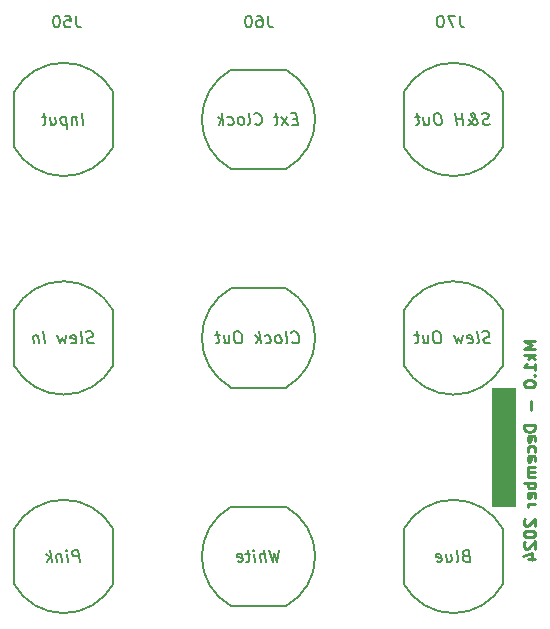
<source format=gbo>
%TF.GenerationSoftware,KiCad,Pcbnew,8.0.5*%
%TF.CreationDate,2024-12-04T18:47:01+01:00*%
%TF.ProjectId,DMH_S_H_Noise_PCB_Conn,444d485f-535f-4485-9f4e-6f6973655f50,1*%
%TF.SameCoordinates,Original*%
%TF.FileFunction,Legend,Bot*%
%TF.FilePolarity,Positive*%
%FSLAX46Y46*%
G04 Gerber Fmt 4.6, Leading zero omitted, Abs format (unit mm)*
G04 Created by KiCad (PCBNEW 8.0.5) date 2024-12-04 18:47:01*
%MOMM*%
%LPD*%
G01*
G04 APERTURE LIST*
G04 Aperture macros list*
%AMHorizOval*
0 Thick line with rounded ends*
0 $1 width*
0 $2 $3 position (X,Y) of the first rounded end (center of the circle)*
0 $4 $5 position (X,Y) of the second rounded end (center of the circle)*
0 Add line between two ends*
20,1,$1,$2,$3,$4,$5,0*
0 Add two circle primitives to create the rounded ends*
1,1,$1,$2,$3*
1,1,$1,$4,$5*%
G04 Aperture macros list end*
%ADD10C,0.100000*%
%ADD11C,0.250000*%
%ADD12C,0.150000*%
%ADD13HorizOval,1.712000X-0.533159X0.533159X0.533159X-0.533159X0*%
%ADD14O,3.220000X1.712000*%
%ADD15O,1.712000X3.220000*%
%ADD16HorizOval,1.712000X0.533159X0.533159X-0.533159X-0.533159X0*%
%ADD17R,1.700000X1.700000*%
%ADD18O,1.700000X1.700000*%
G04 APERTURE END LIST*
D10*
X94750000Y-194500000D02*
X96750000Y-194500000D01*
X96750000Y-204500000D01*
X94750000Y-204500000D01*
X94750000Y-194500000D01*
G36*
X94750000Y-194500000D02*
G01*
X96750000Y-194500000D01*
X96750000Y-204500000D01*
X94750000Y-204500000D01*
X94750000Y-194500000D01*
G37*
D11*
X98449619Y-190511904D02*
X97449619Y-190511904D01*
X97449619Y-190511904D02*
X98163904Y-190845237D01*
X98163904Y-190845237D02*
X97449619Y-191178570D01*
X97449619Y-191178570D02*
X98449619Y-191178570D01*
X98449619Y-191654761D02*
X97449619Y-191654761D01*
X98068666Y-191749999D02*
X98449619Y-192035713D01*
X97782952Y-192035713D02*
X98163904Y-191654761D01*
X98449619Y-192988094D02*
X98449619Y-192416666D01*
X98449619Y-192702380D02*
X97449619Y-192702380D01*
X97449619Y-192702380D02*
X97592476Y-192607142D01*
X97592476Y-192607142D02*
X97687714Y-192511904D01*
X97687714Y-192511904D02*
X97735333Y-192416666D01*
X98354380Y-193416666D02*
X98402000Y-193464285D01*
X98402000Y-193464285D02*
X98449619Y-193416666D01*
X98449619Y-193416666D02*
X98402000Y-193369047D01*
X98402000Y-193369047D02*
X98354380Y-193416666D01*
X98354380Y-193416666D02*
X98449619Y-193416666D01*
X97449619Y-194083332D02*
X97449619Y-194178570D01*
X97449619Y-194178570D02*
X97497238Y-194273808D01*
X97497238Y-194273808D02*
X97544857Y-194321427D01*
X97544857Y-194321427D02*
X97640095Y-194369046D01*
X97640095Y-194369046D02*
X97830571Y-194416665D01*
X97830571Y-194416665D02*
X98068666Y-194416665D01*
X98068666Y-194416665D02*
X98259142Y-194369046D01*
X98259142Y-194369046D02*
X98354380Y-194321427D01*
X98354380Y-194321427D02*
X98402000Y-194273808D01*
X98402000Y-194273808D02*
X98449619Y-194178570D01*
X98449619Y-194178570D02*
X98449619Y-194083332D01*
X98449619Y-194083332D02*
X98402000Y-193988094D01*
X98402000Y-193988094D02*
X98354380Y-193940475D01*
X98354380Y-193940475D02*
X98259142Y-193892856D01*
X98259142Y-193892856D02*
X98068666Y-193845237D01*
X98068666Y-193845237D02*
X97830571Y-193845237D01*
X97830571Y-193845237D02*
X97640095Y-193892856D01*
X97640095Y-193892856D02*
X97544857Y-193940475D01*
X97544857Y-193940475D02*
X97497238Y-193988094D01*
X97497238Y-193988094D02*
X97449619Y-194083332D01*
X98068666Y-195607142D02*
X98068666Y-196369047D01*
X98449619Y-197607142D02*
X97449619Y-197607142D01*
X97449619Y-197607142D02*
X97449619Y-197845237D01*
X97449619Y-197845237D02*
X97497238Y-197988094D01*
X97497238Y-197988094D02*
X97592476Y-198083332D01*
X97592476Y-198083332D02*
X97687714Y-198130951D01*
X97687714Y-198130951D02*
X97878190Y-198178570D01*
X97878190Y-198178570D02*
X98021047Y-198178570D01*
X98021047Y-198178570D02*
X98211523Y-198130951D01*
X98211523Y-198130951D02*
X98306761Y-198083332D01*
X98306761Y-198083332D02*
X98402000Y-197988094D01*
X98402000Y-197988094D02*
X98449619Y-197845237D01*
X98449619Y-197845237D02*
X98449619Y-197607142D01*
X98402000Y-198988094D02*
X98449619Y-198892856D01*
X98449619Y-198892856D02*
X98449619Y-198702380D01*
X98449619Y-198702380D02*
X98402000Y-198607142D01*
X98402000Y-198607142D02*
X98306761Y-198559523D01*
X98306761Y-198559523D02*
X97925809Y-198559523D01*
X97925809Y-198559523D02*
X97830571Y-198607142D01*
X97830571Y-198607142D02*
X97782952Y-198702380D01*
X97782952Y-198702380D02*
X97782952Y-198892856D01*
X97782952Y-198892856D02*
X97830571Y-198988094D01*
X97830571Y-198988094D02*
X97925809Y-199035713D01*
X97925809Y-199035713D02*
X98021047Y-199035713D01*
X98021047Y-199035713D02*
X98116285Y-198559523D01*
X98402000Y-199892856D02*
X98449619Y-199797618D01*
X98449619Y-199797618D02*
X98449619Y-199607142D01*
X98449619Y-199607142D02*
X98402000Y-199511904D01*
X98402000Y-199511904D02*
X98354380Y-199464285D01*
X98354380Y-199464285D02*
X98259142Y-199416666D01*
X98259142Y-199416666D02*
X97973428Y-199416666D01*
X97973428Y-199416666D02*
X97878190Y-199464285D01*
X97878190Y-199464285D02*
X97830571Y-199511904D01*
X97830571Y-199511904D02*
X97782952Y-199607142D01*
X97782952Y-199607142D02*
X97782952Y-199797618D01*
X97782952Y-199797618D02*
X97830571Y-199892856D01*
X98402000Y-200702380D02*
X98449619Y-200607142D01*
X98449619Y-200607142D02*
X98449619Y-200416666D01*
X98449619Y-200416666D02*
X98402000Y-200321428D01*
X98402000Y-200321428D02*
X98306761Y-200273809D01*
X98306761Y-200273809D02*
X97925809Y-200273809D01*
X97925809Y-200273809D02*
X97830571Y-200321428D01*
X97830571Y-200321428D02*
X97782952Y-200416666D01*
X97782952Y-200416666D02*
X97782952Y-200607142D01*
X97782952Y-200607142D02*
X97830571Y-200702380D01*
X97830571Y-200702380D02*
X97925809Y-200749999D01*
X97925809Y-200749999D02*
X98021047Y-200749999D01*
X98021047Y-200749999D02*
X98116285Y-200273809D01*
X98449619Y-201178571D02*
X97782952Y-201178571D01*
X97878190Y-201178571D02*
X97830571Y-201226190D01*
X97830571Y-201226190D02*
X97782952Y-201321428D01*
X97782952Y-201321428D02*
X97782952Y-201464285D01*
X97782952Y-201464285D02*
X97830571Y-201559523D01*
X97830571Y-201559523D02*
X97925809Y-201607142D01*
X97925809Y-201607142D02*
X98449619Y-201607142D01*
X97925809Y-201607142D02*
X97830571Y-201654761D01*
X97830571Y-201654761D02*
X97782952Y-201749999D01*
X97782952Y-201749999D02*
X97782952Y-201892856D01*
X97782952Y-201892856D02*
X97830571Y-201988095D01*
X97830571Y-201988095D02*
X97925809Y-202035714D01*
X97925809Y-202035714D02*
X98449619Y-202035714D01*
X98449619Y-202511904D02*
X97449619Y-202511904D01*
X97830571Y-202511904D02*
X97782952Y-202607142D01*
X97782952Y-202607142D02*
X97782952Y-202797618D01*
X97782952Y-202797618D02*
X97830571Y-202892856D01*
X97830571Y-202892856D02*
X97878190Y-202940475D01*
X97878190Y-202940475D02*
X97973428Y-202988094D01*
X97973428Y-202988094D02*
X98259142Y-202988094D01*
X98259142Y-202988094D02*
X98354380Y-202940475D01*
X98354380Y-202940475D02*
X98402000Y-202892856D01*
X98402000Y-202892856D02*
X98449619Y-202797618D01*
X98449619Y-202797618D02*
X98449619Y-202607142D01*
X98449619Y-202607142D02*
X98402000Y-202511904D01*
X98402000Y-203797618D02*
X98449619Y-203702380D01*
X98449619Y-203702380D02*
X98449619Y-203511904D01*
X98449619Y-203511904D02*
X98402000Y-203416666D01*
X98402000Y-203416666D02*
X98306761Y-203369047D01*
X98306761Y-203369047D02*
X97925809Y-203369047D01*
X97925809Y-203369047D02*
X97830571Y-203416666D01*
X97830571Y-203416666D02*
X97782952Y-203511904D01*
X97782952Y-203511904D02*
X97782952Y-203702380D01*
X97782952Y-203702380D02*
X97830571Y-203797618D01*
X97830571Y-203797618D02*
X97925809Y-203845237D01*
X97925809Y-203845237D02*
X98021047Y-203845237D01*
X98021047Y-203845237D02*
X98116285Y-203369047D01*
X98449619Y-204273809D02*
X97782952Y-204273809D01*
X97973428Y-204273809D02*
X97878190Y-204321428D01*
X97878190Y-204321428D02*
X97830571Y-204369047D01*
X97830571Y-204369047D02*
X97782952Y-204464285D01*
X97782952Y-204464285D02*
X97782952Y-204559523D01*
X97544857Y-205607143D02*
X97497238Y-205654762D01*
X97497238Y-205654762D02*
X97449619Y-205750000D01*
X97449619Y-205750000D02*
X97449619Y-205988095D01*
X97449619Y-205988095D02*
X97497238Y-206083333D01*
X97497238Y-206083333D02*
X97544857Y-206130952D01*
X97544857Y-206130952D02*
X97640095Y-206178571D01*
X97640095Y-206178571D02*
X97735333Y-206178571D01*
X97735333Y-206178571D02*
X97878190Y-206130952D01*
X97878190Y-206130952D02*
X98449619Y-205559524D01*
X98449619Y-205559524D02*
X98449619Y-206178571D01*
X97449619Y-206797619D02*
X97449619Y-206892857D01*
X97449619Y-206892857D02*
X97497238Y-206988095D01*
X97497238Y-206988095D02*
X97544857Y-207035714D01*
X97544857Y-207035714D02*
X97640095Y-207083333D01*
X97640095Y-207083333D02*
X97830571Y-207130952D01*
X97830571Y-207130952D02*
X98068666Y-207130952D01*
X98068666Y-207130952D02*
X98259142Y-207083333D01*
X98259142Y-207083333D02*
X98354380Y-207035714D01*
X98354380Y-207035714D02*
X98402000Y-206988095D01*
X98402000Y-206988095D02*
X98449619Y-206892857D01*
X98449619Y-206892857D02*
X98449619Y-206797619D01*
X98449619Y-206797619D02*
X98402000Y-206702381D01*
X98402000Y-206702381D02*
X98354380Y-206654762D01*
X98354380Y-206654762D02*
X98259142Y-206607143D01*
X98259142Y-206607143D02*
X98068666Y-206559524D01*
X98068666Y-206559524D02*
X97830571Y-206559524D01*
X97830571Y-206559524D02*
X97640095Y-206607143D01*
X97640095Y-206607143D02*
X97544857Y-206654762D01*
X97544857Y-206654762D02*
X97497238Y-206702381D01*
X97497238Y-206702381D02*
X97449619Y-206797619D01*
X97544857Y-207511905D02*
X97497238Y-207559524D01*
X97497238Y-207559524D02*
X97449619Y-207654762D01*
X97449619Y-207654762D02*
X97449619Y-207892857D01*
X97449619Y-207892857D02*
X97497238Y-207988095D01*
X97497238Y-207988095D02*
X97544857Y-208035714D01*
X97544857Y-208035714D02*
X97640095Y-208083333D01*
X97640095Y-208083333D02*
X97735333Y-208083333D01*
X97735333Y-208083333D02*
X97878190Y-208035714D01*
X97878190Y-208035714D02*
X98449619Y-207464286D01*
X98449619Y-207464286D02*
X98449619Y-208083333D01*
X97782952Y-208940476D02*
X98449619Y-208940476D01*
X97402000Y-208702381D02*
X98116285Y-208464286D01*
X98116285Y-208464286D02*
X98116285Y-209083333D01*
D12*
X59863095Y-209204819D02*
X59738095Y-208204819D01*
X59738095Y-208204819D02*
X59357142Y-208204819D01*
X59357142Y-208204819D02*
X59267857Y-208252438D01*
X59267857Y-208252438D02*
X59226190Y-208300057D01*
X59226190Y-208300057D02*
X59190476Y-208395295D01*
X59190476Y-208395295D02*
X59208333Y-208538152D01*
X59208333Y-208538152D02*
X59267857Y-208633390D01*
X59267857Y-208633390D02*
X59321428Y-208681009D01*
X59321428Y-208681009D02*
X59422618Y-208728628D01*
X59422618Y-208728628D02*
X59803571Y-208728628D01*
X58863095Y-209204819D02*
X58779761Y-208538152D01*
X58738095Y-208204819D02*
X58791666Y-208252438D01*
X58791666Y-208252438D02*
X58749999Y-208300057D01*
X58749999Y-208300057D02*
X58696428Y-208252438D01*
X58696428Y-208252438D02*
X58738095Y-208204819D01*
X58738095Y-208204819D02*
X58749999Y-208300057D01*
X58303571Y-208538152D02*
X58386905Y-209204819D01*
X58315476Y-208633390D02*
X58261905Y-208585771D01*
X58261905Y-208585771D02*
X58160714Y-208538152D01*
X58160714Y-208538152D02*
X58017857Y-208538152D01*
X58017857Y-208538152D02*
X57928571Y-208585771D01*
X57928571Y-208585771D02*
X57892857Y-208681009D01*
X57892857Y-208681009D02*
X57958333Y-209204819D01*
X57482143Y-209204819D02*
X57357143Y-208204819D01*
X57339286Y-208823866D02*
X57101190Y-209204819D01*
X57017857Y-208538152D02*
X57446428Y-208919104D01*
X94571428Y-172157200D02*
X94434524Y-172204819D01*
X94434524Y-172204819D02*
X94196428Y-172204819D01*
X94196428Y-172204819D02*
X94095238Y-172157200D01*
X94095238Y-172157200D02*
X94041666Y-172109580D01*
X94041666Y-172109580D02*
X93982143Y-172014342D01*
X93982143Y-172014342D02*
X93970238Y-171919104D01*
X93970238Y-171919104D02*
X94005952Y-171823866D01*
X94005952Y-171823866D02*
X94047619Y-171776247D01*
X94047619Y-171776247D02*
X94136905Y-171728628D01*
X94136905Y-171728628D02*
X94321428Y-171681009D01*
X94321428Y-171681009D02*
X94410714Y-171633390D01*
X94410714Y-171633390D02*
X94452381Y-171585771D01*
X94452381Y-171585771D02*
X94488095Y-171490533D01*
X94488095Y-171490533D02*
X94476190Y-171395295D01*
X94476190Y-171395295D02*
X94416666Y-171300057D01*
X94416666Y-171300057D02*
X94363095Y-171252438D01*
X94363095Y-171252438D02*
X94261905Y-171204819D01*
X94261905Y-171204819D02*
X94023809Y-171204819D01*
X94023809Y-171204819D02*
X93886905Y-171252438D01*
X92767857Y-172204819D02*
X92815476Y-172204819D01*
X92815476Y-172204819D02*
X92904762Y-172157200D01*
X92904762Y-172157200D02*
X93029762Y-172014342D01*
X93029762Y-172014342D02*
X93232143Y-171728628D01*
X93232143Y-171728628D02*
X93309524Y-171585771D01*
X93309524Y-171585771D02*
X93339285Y-171442914D01*
X93339285Y-171442914D02*
X93327381Y-171347676D01*
X93327381Y-171347676D02*
X93267857Y-171252438D01*
X93267857Y-171252438D02*
X93166666Y-171204819D01*
X93166666Y-171204819D02*
X93119047Y-171204819D01*
X93119047Y-171204819D02*
X93029762Y-171252438D01*
X93029762Y-171252438D02*
X92994047Y-171347676D01*
X92994047Y-171347676D02*
X93000000Y-171395295D01*
X93000000Y-171395295D02*
X93059524Y-171490533D01*
X93059524Y-171490533D02*
X93113095Y-171538152D01*
X93113095Y-171538152D02*
X93422619Y-171728628D01*
X93422619Y-171728628D02*
X93476190Y-171776247D01*
X93476190Y-171776247D02*
X93535714Y-171871485D01*
X93535714Y-171871485D02*
X93553571Y-172014342D01*
X93553571Y-172014342D02*
X93517857Y-172109580D01*
X93517857Y-172109580D02*
X93476190Y-172157200D01*
X93476190Y-172157200D02*
X93386904Y-172204819D01*
X93386904Y-172204819D02*
X93244047Y-172204819D01*
X93244047Y-172204819D02*
X93142857Y-172157200D01*
X93142857Y-172157200D02*
X93089285Y-172109580D01*
X93089285Y-172109580D02*
X92922619Y-171919104D01*
X92922619Y-171919104D02*
X92857143Y-171776247D01*
X92857143Y-171776247D02*
X92845238Y-171681009D01*
X92339286Y-172204819D02*
X92214286Y-171204819D01*
X92273809Y-171681009D02*
X91702381Y-171681009D01*
X91767857Y-172204819D02*
X91642857Y-171204819D01*
X90214285Y-171204819D02*
X90023809Y-171204819D01*
X90023809Y-171204819D02*
X89934524Y-171252438D01*
X89934524Y-171252438D02*
X89851190Y-171347676D01*
X89851190Y-171347676D02*
X89827381Y-171538152D01*
X89827381Y-171538152D02*
X89869047Y-171871485D01*
X89869047Y-171871485D02*
X89940476Y-172061961D01*
X89940476Y-172061961D02*
X90047619Y-172157200D01*
X90047619Y-172157200D02*
X90148809Y-172204819D01*
X90148809Y-172204819D02*
X90339285Y-172204819D01*
X90339285Y-172204819D02*
X90428571Y-172157200D01*
X90428571Y-172157200D02*
X90511905Y-172061961D01*
X90511905Y-172061961D02*
X90535714Y-171871485D01*
X90535714Y-171871485D02*
X90494047Y-171538152D01*
X90494047Y-171538152D02*
X90422619Y-171347676D01*
X90422619Y-171347676D02*
X90315476Y-171252438D01*
X90315476Y-171252438D02*
X90214285Y-171204819D01*
X88970238Y-171538152D02*
X89053571Y-172204819D01*
X89398809Y-171538152D02*
X89464286Y-172061961D01*
X89464286Y-172061961D02*
X89428571Y-172157200D01*
X89428571Y-172157200D02*
X89339286Y-172204819D01*
X89339286Y-172204819D02*
X89196428Y-172204819D01*
X89196428Y-172204819D02*
X89095238Y-172157200D01*
X89095238Y-172157200D02*
X89041666Y-172109580D01*
X88636904Y-171538152D02*
X88255952Y-171538152D01*
X88452381Y-171204819D02*
X88559524Y-172061961D01*
X88559524Y-172061961D02*
X88523809Y-172157200D01*
X88523809Y-172157200D02*
X88434524Y-172204819D01*
X88434524Y-172204819D02*
X88339285Y-172204819D01*
X60148809Y-172204819D02*
X60023809Y-171204819D01*
X59589285Y-171538152D02*
X59672619Y-172204819D01*
X59601190Y-171633390D02*
X59547619Y-171585771D01*
X59547619Y-171585771D02*
X59446428Y-171538152D01*
X59446428Y-171538152D02*
X59303571Y-171538152D01*
X59303571Y-171538152D02*
X59214285Y-171585771D01*
X59214285Y-171585771D02*
X59178571Y-171681009D01*
X59178571Y-171681009D02*
X59244047Y-172204819D01*
X58684523Y-171538152D02*
X58809523Y-172538152D01*
X58690476Y-171585771D02*
X58589285Y-171538152D01*
X58589285Y-171538152D02*
X58398809Y-171538152D01*
X58398809Y-171538152D02*
X58309523Y-171585771D01*
X58309523Y-171585771D02*
X58267857Y-171633390D01*
X58267857Y-171633390D02*
X58232142Y-171728628D01*
X58232142Y-171728628D02*
X58267857Y-172014342D01*
X58267857Y-172014342D02*
X58327380Y-172109580D01*
X58327380Y-172109580D02*
X58380952Y-172157200D01*
X58380952Y-172157200D02*
X58482142Y-172204819D01*
X58482142Y-172204819D02*
X58672619Y-172204819D01*
X58672619Y-172204819D02*
X58761904Y-172157200D01*
X57351190Y-171538152D02*
X57434523Y-172204819D01*
X57779761Y-171538152D02*
X57845238Y-172061961D01*
X57845238Y-172061961D02*
X57809523Y-172157200D01*
X57809523Y-172157200D02*
X57720238Y-172204819D01*
X57720238Y-172204819D02*
X57577380Y-172204819D01*
X57577380Y-172204819D02*
X57476190Y-172157200D01*
X57476190Y-172157200D02*
X57422618Y-172109580D01*
X57017856Y-171538152D02*
X56636904Y-171538152D01*
X56833333Y-171204819D02*
X56940476Y-172061961D01*
X56940476Y-172061961D02*
X56904761Y-172157200D01*
X56904761Y-172157200D02*
X56815476Y-172204819D01*
X56815476Y-172204819D02*
X56720237Y-172204819D01*
X78273809Y-171681009D02*
X77940476Y-171681009D01*
X77863095Y-172204819D02*
X78339286Y-172204819D01*
X78339286Y-172204819D02*
X78214286Y-171204819D01*
X78214286Y-171204819D02*
X77738095Y-171204819D01*
X77529762Y-172204819D02*
X76922619Y-171538152D01*
X77446428Y-171538152D02*
X77005952Y-172204819D01*
X76684523Y-171538152D02*
X76303571Y-171538152D01*
X76500000Y-171204819D02*
X76607143Y-172061961D01*
X76607143Y-172061961D02*
X76571428Y-172157200D01*
X76571428Y-172157200D02*
X76482143Y-172204819D01*
X76482143Y-172204819D02*
X76386904Y-172204819D01*
X74708332Y-172109580D02*
X74761904Y-172157200D01*
X74761904Y-172157200D02*
X74910713Y-172204819D01*
X74910713Y-172204819D02*
X75005951Y-172204819D01*
X75005951Y-172204819D02*
X75142856Y-172157200D01*
X75142856Y-172157200D02*
X75226189Y-172061961D01*
X75226189Y-172061961D02*
X75261904Y-171966723D01*
X75261904Y-171966723D02*
X75285713Y-171776247D01*
X75285713Y-171776247D02*
X75267856Y-171633390D01*
X75267856Y-171633390D02*
X75196428Y-171442914D01*
X75196428Y-171442914D02*
X75136904Y-171347676D01*
X75136904Y-171347676D02*
X75029761Y-171252438D01*
X75029761Y-171252438D02*
X74880951Y-171204819D01*
X74880951Y-171204819D02*
X74785713Y-171204819D01*
X74785713Y-171204819D02*
X74648809Y-171252438D01*
X74648809Y-171252438D02*
X74607142Y-171300057D01*
X74148809Y-172204819D02*
X74238094Y-172157200D01*
X74238094Y-172157200D02*
X74273809Y-172061961D01*
X74273809Y-172061961D02*
X74166666Y-171204819D01*
X73624999Y-172204819D02*
X73714284Y-172157200D01*
X73714284Y-172157200D02*
X73755951Y-172109580D01*
X73755951Y-172109580D02*
X73791665Y-172014342D01*
X73791665Y-172014342D02*
X73755951Y-171728628D01*
X73755951Y-171728628D02*
X73696427Y-171633390D01*
X73696427Y-171633390D02*
X73642856Y-171585771D01*
X73642856Y-171585771D02*
X73541665Y-171538152D01*
X73541665Y-171538152D02*
X73398808Y-171538152D01*
X73398808Y-171538152D02*
X73309522Y-171585771D01*
X73309522Y-171585771D02*
X73267856Y-171633390D01*
X73267856Y-171633390D02*
X73232141Y-171728628D01*
X73232141Y-171728628D02*
X73267856Y-172014342D01*
X73267856Y-172014342D02*
X73327379Y-172109580D01*
X73327379Y-172109580D02*
X73380951Y-172157200D01*
X73380951Y-172157200D02*
X73482141Y-172204819D01*
X73482141Y-172204819D02*
X73624999Y-172204819D01*
X72428570Y-172157200D02*
X72529760Y-172204819D01*
X72529760Y-172204819D02*
X72720237Y-172204819D01*
X72720237Y-172204819D02*
X72809522Y-172157200D01*
X72809522Y-172157200D02*
X72851189Y-172109580D01*
X72851189Y-172109580D02*
X72886903Y-172014342D01*
X72886903Y-172014342D02*
X72851189Y-171728628D01*
X72851189Y-171728628D02*
X72791665Y-171633390D01*
X72791665Y-171633390D02*
X72738094Y-171585771D01*
X72738094Y-171585771D02*
X72636903Y-171538152D01*
X72636903Y-171538152D02*
X72446427Y-171538152D01*
X72446427Y-171538152D02*
X72357141Y-171585771D01*
X72005951Y-172204819D02*
X71880951Y-171204819D01*
X71863094Y-171823866D02*
X71624998Y-172204819D01*
X71541665Y-171538152D02*
X71970236Y-171919104D01*
X76714285Y-208204819D02*
X76601190Y-209204819D01*
X76601190Y-209204819D02*
X76321428Y-208490533D01*
X76321428Y-208490533D02*
X76220237Y-209204819D01*
X76220237Y-209204819D02*
X75857142Y-208204819D01*
X75601190Y-209204819D02*
X75476190Y-208204819D01*
X75172618Y-209204819D02*
X75107142Y-208681009D01*
X75107142Y-208681009D02*
X75142856Y-208585771D01*
X75142856Y-208585771D02*
X75232142Y-208538152D01*
X75232142Y-208538152D02*
X75374999Y-208538152D01*
X75374999Y-208538152D02*
X75476190Y-208585771D01*
X75476190Y-208585771D02*
X75529761Y-208633390D01*
X74696428Y-209204819D02*
X74613094Y-208538152D01*
X74571428Y-208204819D02*
X74624999Y-208252438D01*
X74624999Y-208252438D02*
X74583332Y-208300057D01*
X74583332Y-208300057D02*
X74529761Y-208252438D01*
X74529761Y-208252438D02*
X74571428Y-208204819D01*
X74571428Y-208204819D02*
X74583332Y-208300057D01*
X74279761Y-208538152D02*
X73898809Y-208538152D01*
X74095238Y-208204819D02*
X74202381Y-209061961D01*
X74202381Y-209061961D02*
X74166666Y-209157200D01*
X74166666Y-209157200D02*
X74077381Y-209204819D01*
X74077381Y-209204819D02*
X73982142Y-209204819D01*
X73261904Y-209157200D02*
X73363094Y-209204819D01*
X73363094Y-209204819D02*
X73553571Y-209204819D01*
X73553571Y-209204819D02*
X73642856Y-209157200D01*
X73642856Y-209157200D02*
X73678571Y-209061961D01*
X73678571Y-209061961D02*
X73630952Y-208681009D01*
X73630952Y-208681009D02*
X73571428Y-208585771D01*
X73571428Y-208585771D02*
X73470237Y-208538152D01*
X73470237Y-208538152D02*
X73279761Y-208538152D01*
X73279761Y-208538152D02*
X73190475Y-208585771D01*
X73190475Y-208585771D02*
X73154761Y-208681009D01*
X73154761Y-208681009D02*
X73166666Y-208776247D01*
X73166666Y-208776247D02*
X73654761Y-208871485D01*
X92511904Y-208681009D02*
X92374999Y-208728628D01*
X92374999Y-208728628D02*
X92333333Y-208776247D01*
X92333333Y-208776247D02*
X92297618Y-208871485D01*
X92297618Y-208871485D02*
X92315476Y-209014342D01*
X92315476Y-209014342D02*
X92374999Y-209109580D01*
X92374999Y-209109580D02*
X92428571Y-209157200D01*
X92428571Y-209157200D02*
X92529761Y-209204819D01*
X92529761Y-209204819D02*
X92910714Y-209204819D01*
X92910714Y-209204819D02*
X92785714Y-208204819D01*
X92785714Y-208204819D02*
X92452380Y-208204819D01*
X92452380Y-208204819D02*
X92363095Y-208252438D01*
X92363095Y-208252438D02*
X92321428Y-208300057D01*
X92321428Y-208300057D02*
X92285714Y-208395295D01*
X92285714Y-208395295D02*
X92297618Y-208490533D01*
X92297618Y-208490533D02*
X92357142Y-208585771D01*
X92357142Y-208585771D02*
X92410714Y-208633390D01*
X92410714Y-208633390D02*
X92511904Y-208681009D01*
X92511904Y-208681009D02*
X92845237Y-208681009D01*
X91767857Y-209204819D02*
X91857142Y-209157200D01*
X91857142Y-209157200D02*
X91892857Y-209061961D01*
X91892857Y-209061961D02*
X91785714Y-208204819D01*
X90874999Y-208538152D02*
X90958332Y-209204819D01*
X91303570Y-208538152D02*
X91369047Y-209061961D01*
X91369047Y-209061961D02*
X91333332Y-209157200D01*
X91333332Y-209157200D02*
X91244047Y-209204819D01*
X91244047Y-209204819D02*
X91101189Y-209204819D01*
X91101189Y-209204819D02*
X90999999Y-209157200D01*
X90999999Y-209157200D02*
X90946427Y-209109580D01*
X90095237Y-209157200D02*
X90196427Y-209204819D01*
X90196427Y-209204819D02*
X90386904Y-209204819D01*
X90386904Y-209204819D02*
X90476189Y-209157200D01*
X90476189Y-209157200D02*
X90511904Y-209061961D01*
X90511904Y-209061961D02*
X90464285Y-208681009D01*
X90464285Y-208681009D02*
X90404761Y-208585771D01*
X90404761Y-208585771D02*
X90303570Y-208538152D01*
X90303570Y-208538152D02*
X90113094Y-208538152D01*
X90113094Y-208538152D02*
X90023808Y-208585771D01*
X90023808Y-208585771D02*
X89988094Y-208681009D01*
X89988094Y-208681009D02*
X89999999Y-208776247D01*
X89999999Y-208776247D02*
X90488094Y-208871485D01*
X92059523Y-162954819D02*
X92059523Y-163669104D01*
X92059523Y-163669104D02*
X92107142Y-163811961D01*
X92107142Y-163811961D02*
X92202380Y-163907200D01*
X92202380Y-163907200D02*
X92345237Y-163954819D01*
X92345237Y-163954819D02*
X92440475Y-163954819D01*
X91678570Y-162954819D02*
X91011904Y-162954819D01*
X91011904Y-162954819D02*
X91440475Y-163954819D01*
X90440475Y-162954819D02*
X90345237Y-162954819D01*
X90345237Y-162954819D02*
X90249999Y-163002438D01*
X90249999Y-163002438D02*
X90202380Y-163050057D01*
X90202380Y-163050057D02*
X90154761Y-163145295D01*
X90154761Y-163145295D02*
X90107142Y-163335771D01*
X90107142Y-163335771D02*
X90107142Y-163573866D01*
X90107142Y-163573866D02*
X90154761Y-163764342D01*
X90154761Y-163764342D02*
X90202380Y-163859580D01*
X90202380Y-163859580D02*
X90249999Y-163907200D01*
X90249999Y-163907200D02*
X90345237Y-163954819D01*
X90345237Y-163954819D02*
X90440475Y-163954819D01*
X90440475Y-163954819D02*
X90535713Y-163907200D01*
X90535713Y-163907200D02*
X90583332Y-163859580D01*
X90583332Y-163859580D02*
X90630951Y-163764342D01*
X90630951Y-163764342D02*
X90678570Y-163573866D01*
X90678570Y-163573866D02*
X90678570Y-163335771D01*
X90678570Y-163335771D02*
X90630951Y-163145295D01*
X90630951Y-163145295D02*
X90583332Y-163050057D01*
X90583332Y-163050057D02*
X90535713Y-163002438D01*
X90535713Y-163002438D02*
X90440475Y-162954819D01*
X77875000Y-190609580D02*
X77928572Y-190657200D01*
X77928572Y-190657200D02*
X78077381Y-190704819D01*
X78077381Y-190704819D02*
X78172619Y-190704819D01*
X78172619Y-190704819D02*
X78309524Y-190657200D01*
X78309524Y-190657200D02*
X78392857Y-190561961D01*
X78392857Y-190561961D02*
X78428572Y-190466723D01*
X78428572Y-190466723D02*
X78452381Y-190276247D01*
X78452381Y-190276247D02*
X78434524Y-190133390D01*
X78434524Y-190133390D02*
X78363096Y-189942914D01*
X78363096Y-189942914D02*
X78303572Y-189847676D01*
X78303572Y-189847676D02*
X78196429Y-189752438D01*
X78196429Y-189752438D02*
X78047619Y-189704819D01*
X78047619Y-189704819D02*
X77952381Y-189704819D01*
X77952381Y-189704819D02*
X77815477Y-189752438D01*
X77815477Y-189752438D02*
X77773810Y-189800057D01*
X77315477Y-190704819D02*
X77404762Y-190657200D01*
X77404762Y-190657200D02*
X77440477Y-190561961D01*
X77440477Y-190561961D02*
X77333334Y-189704819D01*
X76791667Y-190704819D02*
X76880952Y-190657200D01*
X76880952Y-190657200D02*
X76922619Y-190609580D01*
X76922619Y-190609580D02*
X76958333Y-190514342D01*
X76958333Y-190514342D02*
X76922619Y-190228628D01*
X76922619Y-190228628D02*
X76863095Y-190133390D01*
X76863095Y-190133390D02*
X76809524Y-190085771D01*
X76809524Y-190085771D02*
X76708333Y-190038152D01*
X76708333Y-190038152D02*
X76565476Y-190038152D01*
X76565476Y-190038152D02*
X76476190Y-190085771D01*
X76476190Y-190085771D02*
X76434524Y-190133390D01*
X76434524Y-190133390D02*
X76398809Y-190228628D01*
X76398809Y-190228628D02*
X76434524Y-190514342D01*
X76434524Y-190514342D02*
X76494047Y-190609580D01*
X76494047Y-190609580D02*
X76547619Y-190657200D01*
X76547619Y-190657200D02*
X76648809Y-190704819D01*
X76648809Y-190704819D02*
X76791667Y-190704819D01*
X75595238Y-190657200D02*
X75696428Y-190704819D01*
X75696428Y-190704819D02*
X75886905Y-190704819D01*
X75886905Y-190704819D02*
X75976190Y-190657200D01*
X75976190Y-190657200D02*
X76017857Y-190609580D01*
X76017857Y-190609580D02*
X76053571Y-190514342D01*
X76053571Y-190514342D02*
X76017857Y-190228628D01*
X76017857Y-190228628D02*
X75958333Y-190133390D01*
X75958333Y-190133390D02*
X75904762Y-190085771D01*
X75904762Y-190085771D02*
X75803571Y-190038152D01*
X75803571Y-190038152D02*
X75613095Y-190038152D01*
X75613095Y-190038152D02*
X75523809Y-190085771D01*
X75172619Y-190704819D02*
X75047619Y-189704819D01*
X75029762Y-190323866D02*
X74791666Y-190704819D01*
X74708333Y-190038152D02*
X75136904Y-190419104D01*
X73285713Y-189704819D02*
X73095237Y-189704819D01*
X73095237Y-189704819D02*
X73005952Y-189752438D01*
X73005952Y-189752438D02*
X72922618Y-189847676D01*
X72922618Y-189847676D02*
X72898809Y-190038152D01*
X72898809Y-190038152D02*
X72940475Y-190371485D01*
X72940475Y-190371485D02*
X73011904Y-190561961D01*
X73011904Y-190561961D02*
X73119047Y-190657200D01*
X73119047Y-190657200D02*
X73220237Y-190704819D01*
X73220237Y-190704819D02*
X73410713Y-190704819D01*
X73410713Y-190704819D02*
X73499999Y-190657200D01*
X73499999Y-190657200D02*
X73583333Y-190561961D01*
X73583333Y-190561961D02*
X73607142Y-190371485D01*
X73607142Y-190371485D02*
X73565475Y-190038152D01*
X73565475Y-190038152D02*
X73494047Y-189847676D01*
X73494047Y-189847676D02*
X73386904Y-189752438D01*
X73386904Y-189752438D02*
X73285713Y-189704819D01*
X72041666Y-190038152D02*
X72124999Y-190704819D01*
X72470237Y-190038152D02*
X72535714Y-190561961D01*
X72535714Y-190561961D02*
X72499999Y-190657200D01*
X72499999Y-190657200D02*
X72410714Y-190704819D01*
X72410714Y-190704819D02*
X72267856Y-190704819D01*
X72267856Y-190704819D02*
X72166666Y-190657200D01*
X72166666Y-190657200D02*
X72113094Y-190609580D01*
X71708332Y-190038152D02*
X71327380Y-190038152D01*
X71523809Y-189704819D02*
X71630952Y-190561961D01*
X71630952Y-190561961D02*
X71595237Y-190657200D01*
X71595237Y-190657200D02*
X71505952Y-190704819D01*
X71505952Y-190704819D02*
X71410713Y-190704819D01*
X59559523Y-162954819D02*
X59559523Y-163669104D01*
X59559523Y-163669104D02*
X59607142Y-163811961D01*
X59607142Y-163811961D02*
X59702380Y-163907200D01*
X59702380Y-163907200D02*
X59845237Y-163954819D01*
X59845237Y-163954819D02*
X59940475Y-163954819D01*
X58607142Y-162954819D02*
X59083332Y-162954819D01*
X59083332Y-162954819D02*
X59130951Y-163431009D01*
X59130951Y-163431009D02*
X59083332Y-163383390D01*
X59083332Y-163383390D02*
X58988094Y-163335771D01*
X58988094Y-163335771D02*
X58749999Y-163335771D01*
X58749999Y-163335771D02*
X58654761Y-163383390D01*
X58654761Y-163383390D02*
X58607142Y-163431009D01*
X58607142Y-163431009D02*
X58559523Y-163526247D01*
X58559523Y-163526247D02*
X58559523Y-163764342D01*
X58559523Y-163764342D02*
X58607142Y-163859580D01*
X58607142Y-163859580D02*
X58654761Y-163907200D01*
X58654761Y-163907200D02*
X58749999Y-163954819D01*
X58749999Y-163954819D02*
X58988094Y-163954819D01*
X58988094Y-163954819D02*
X59083332Y-163907200D01*
X59083332Y-163907200D02*
X59130951Y-163859580D01*
X57940475Y-162954819D02*
X57845237Y-162954819D01*
X57845237Y-162954819D02*
X57749999Y-163002438D01*
X57749999Y-163002438D02*
X57702380Y-163050057D01*
X57702380Y-163050057D02*
X57654761Y-163145295D01*
X57654761Y-163145295D02*
X57607142Y-163335771D01*
X57607142Y-163335771D02*
X57607142Y-163573866D01*
X57607142Y-163573866D02*
X57654761Y-163764342D01*
X57654761Y-163764342D02*
X57702380Y-163859580D01*
X57702380Y-163859580D02*
X57749999Y-163907200D01*
X57749999Y-163907200D02*
X57845237Y-163954819D01*
X57845237Y-163954819D02*
X57940475Y-163954819D01*
X57940475Y-163954819D02*
X58035713Y-163907200D01*
X58035713Y-163907200D02*
X58083332Y-163859580D01*
X58083332Y-163859580D02*
X58130951Y-163764342D01*
X58130951Y-163764342D02*
X58178570Y-163573866D01*
X58178570Y-163573866D02*
X58178570Y-163335771D01*
X58178570Y-163335771D02*
X58130951Y-163145295D01*
X58130951Y-163145295D02*
X58083332Y-163050057D01*
X58083332Y-163050057D02*
X58035713Y-163002438D01*
X58035713Y-163002438D02*
X57940475Y-162954819D01*
X61071428Y-190657200D02*
X60934524Y-190704819D01*
X60934524Y-190704819D02*
X60696428Y-190704819D01*
X60696428Y-190704819D02*
X60595238Y-190657200D01*
X60595238Y-190657200D02*
X60541666Y-190609580D01*
X60541666Y-190609580D02*
X60482143Y-190514342D01*
X60482143Y-190514342D02*
X60470238Y-190419104D01*
X60470238Y-190419104D02*
X60505952Y-190323866D01*
X60505952Y-190323866D02*
X60547619Y-190276247D01*
X60547619Y-190276247D02*
X60636905Y-190228628D01*
X60636905Y-190228628D02*
X60821428Y-190181009D01*
X60821428Y-190181009D02*
X60910714Y-190133390D01*
X60910714Y-190133390D02*
X60952381Y-190085771D01*
X60952381Y-190085771D02*
X60988095Y-189990533D01*
X60988095Y-189990533D02*
X60976190Y-189895295D01*
X60976190Y-189895295D02*
X60916666Y-189800057D01*
X60916666Y-189800057D02*
X60863095Y-189752438D01*
X60863095Y-189752438D02*
X60761905Y-189704819D01*
X60761905Y-189704819D02*
X60523809Y-189704819D01*
X60523809Y-189704819D02*
X60386905Y-189752438D01*
X59934524Y-190704819D02*
X60023809Y-190657200D01*
X60023809Y-190657200D02*
X60059524Y-190561961D01*
X60059524Y-190561961D02*
X59952381Y-189704819D01*
X59166666Y-190657200D02*
X59267856Y-190704819D01*
X59267856Y-190704819D02*
X59458333Y-190704819D01*
X59458333Y-190704819D02*
X59547618Y-190657200D01*
X59547618Y-190657200D02*
X59583333Y-190561961D01*
X59583333Y-190561961D02*
X59535714Y-190181009D01*
X59535714Y-190181009D02*
X59476190Y-190085771D01*
X59476190Y-190085771D02*
X59374999Y-190038152D01*
X59374999Y-190038152D02*
X59184523Y-190038152D01*
X59184523Y-190038152D02*
X59095237Y-190085771D01*
X59095237Y-190085771D02*
X59059523Y-190181009D01*
X59059523Y-190181009D02*
X59071428Y-190276247D01*
X59071428Y-190276247D02*
X59559523Y-190371485D01*
X58708332Y-190038152D02*
X58601190Y-190704819D01*
X58601190Y-190704819D02*
X58351190Y-190228628D01*
X58351190Y-190228628D02*
X58220237Y-190704819D01*
X58220237Y-190704819D02*
X57946428Y-190038152D01*
X56886904Y-190704819D02*
X56761904Y-189704819D01*
X56327380Y-190038152D02*
X56410714Y-190704819D01*
X56339285Y-190133390D02*
X56285714Y-190085771D01*
X56285714Y-190085771D02*
X56184523Y-190038152D01*
X56184523Y-190038152D02*
X56041666Y-190038152D01*
X56041666Y-190038152D02*
X55952380Y-190085771D01*
X55952380Y-190085771D02*
X55916666Y-190181009D01*
X55916666Y-190181009D02*
X55982142Y-190704819D01*
X75809523Y-162954819D02*
X75809523Y-163669104D01*
X75809523Y-163669104D02*
X75857142Y-163811961D01*
X75857142Y-163811961D02*
X75952380Y-163907200D01*
X75952380Y-163907200D02*
X76095237Y-163954819D01*
X76095237Y-163954819D02*
X76190475Y-163954819D01*
X74904761Y-162954819D02*
X75095237Y-162954819D01*
X75095237Y-162954819D02*
X75190475Y-163002438D01*
X75190475Y-163002438D02*
X75238094Y-163050057D01*
X75238094Y-163050057D02*
X75333332Y-163192914D01*
X75333332Y-163192914D02*
X75380951Y-163383390D01*
X75380951Y-163383390D02*
X75380951Y-163764342D01*
X75380951Y-163764342D02*
X75333332Y-163859580D01*
X75333332Y-163859580D02*
X75285713Y-163907200D01*
X75285713Y-163907200D02*
X75190475Y-163954819D01*
X75190475Y-163954819D02*
X74999999Y-163954819D01*
X74999999Y-163954819D02*
X74904761Y-163907200D01*
X74904761Y-163907200D02*
X74857142Y-163859580D01*
X74857142Y-163859580D02*
X74809523Y-163764342D01*
X74809523Y-163764342D02*
X74809523Y-163526247D01*
X74809523Y-163526247D02*
X74857142Y-163431009D01*
X74857142Y-163431009D02*
X74904761Y-163383390D01*
X74904761Y-163383390D02*
X74999999Y-163335771D01*
X74999999Y-163335771D02*
X75190475Y-163335771D01*
X75190475Y-163335771D02*
X75285713Y-163383390D01*
X75285713Y-163383390D02*
X75333332Y-163431009D01*
X75333332Y-163431009D02*
X75380951Y-163526247D01*
X74190475Y-162954819D02*
X74095237Y-162954819D01*
X74095237Y-162954819D02*
X73999999Y-163002438D01*
X73999999Y-163002438D02*
X73952380Y-163050057D01*
X73952380Y-163050057D02*
X73904761Y-163145295D01*
X73904761Y-163145295D02*
X73857142Y-163335771D01*
X73857142Y-163335771D02*
X73857142Y-163573866D01*
X73857142Y-163573866D02*
X73904761Y-163764342D01*
X73904761Y-163764342D02*
X73952380Y-163859580D01*
X73952380Y-163859580D02*
X73999999Y-163907200D01*
X73999999Y-163907200D02*
X74095237Y-163954819D01*
X74095237Y-163954819D02*
X74190475Y-163954819D01*
X74190475Y-163954819D02*
X74285713Y-163907200D01*
X74285713Y-163907200D02*
X74333332Y-163859580D01*
X74333332Y-163859580D02*
X74380951Y-163764342D01*
X74380951Y-163764342D02*
X74428570Y-163573866D01*
X74428570Y-163573866D02*
X74428570Y-163335771D01*
X74428570Y-163335771D02*
X74380951Y-163145295D01*
X74380951Y-163145295D02*
X74333332Y-163050057D01*
X74333332Y-163050057D02*
X74285713Y-163002438D01*
X74285713Y-163002438D02*
X74190475Y-162954819D01*
X94642857Y-190657200D02*
X94505953Y-190704819D01*
X94505953Y-190704819D02*
X94267857Y-190704819D01*
X94267857Y-190704819D02*
X94166667Y-190657200D01*
X94166667Y-190657200D02*
X94113095Y-190609580D01*
X94113095Y-190609580D02*
X94053572Y-190514342D01*
X94053572Y-190514342D02*
X94041667Y-190419104D01*
X94041667Y-190419104D02*
X94077381Y-190323866D01*
X94077381Y-190323866D02*
X94119048Y-190276247D01*
X94119048Y-190276247D02*
X94208334Y-190228628D01*
X94208334Y-190228628D02*
X94392857Y-190181009D01*
X94392857Y-190181009D02*
X94482143Y-190133390D01*
X94482143Y-190133390D02*
X94523810Y-190085771D01*
X94523810Y-190085771D02*
X94559524Y-189990533D01*
X94559524Y-189990533D02*
X94547619Y-189895295D01*
X94547619Y-189895295D02*
X94488095Y-189800057D01*
X94488095Y-189800057D02*
X94434524Y-189752438D01*
X94434524Y-189752438D02*
X94333334Y-189704819D01*
X94333334Y-189704819D02*
X94095238Y-189704819D01*
X94095238Y-189704819D02*
X93958334Y-189752438D01*
X93505953Y-190704819D02*
X93595238Y-190657200D01*
X93595238Y-190657200D02*
X93630953Y-190561961D01*
X93630953Y-190561961D02*
X93523810Y-189704819D01*
X92738095Y-190657200D02*
X92839285Y-190704819D01*
X92839285Y-190704819D02*
X93029762Y-190704819D01*
X93029762Y-190704819D02*
X93119047Y-190657200D01*
X93119047Y-190657200D02*
X93154762Y-190561961D01*
X93154762Y-190561961D02*
X93107143Y-190181009D01*
X93107143Y-190181009D02*
X93047619Y-190085771D01*
X93047619Y-190085771D02*
X92946428Y-190038152D01*
X92946428Y-190038152D02*
X92755952Y-190038152D01*
X92755952Y-190038152D02*
X92666666Y-190085771D01*
X92666666Y-190085771D02*
X92630952Y-190181009D01*
X92630952Y-190181009D02*
X92642857Y-190276247D01*
X92642857Y-190276247D02*
X93130952Y-190371485D01*
X92279761Y-190038152D02*
X92172619Y-190704819D01*
X92172619Y-190704819D02*
X91922619Y-190228628D01*
X91922619Y-190228628D02*
X91791666Y-190704819D01*
X91791666Y-190704819D02*
X91517857Y-190038152D01*
X90142856Y-189704819D02*
X89952380Y-189704819D01*
X89952380Y-189704819D02*
X89863095Y-189752438D01*
X89863095Y-189752438D02*
X89779761Y-189847676D01*
X89779761Y-189847676D02*
X89755952Y-190038152D01*
X89755952Y-190038152D02*
X89797618Y-190371485D01*
X89797618Y-190371485D02*
X89869047Y-190561961D01*
X89869047Y-190561961D02*
X89976190Y-190657200D01*
X89976190Y-190657200D02*
X90077380Y-190704819D01*
X90077380Y-190704819D02*
X90267856Y-190704819D01*
X90267856Y-190704819D02*
X90357142Y-190657200D01*
X90357142Y-190657200D02*
X90440476Y-190561961D01*
X90440476Y-190561961D02*
X90464285Y-190371485D01*
X90464285Y-190371485D02*
X90422618Y-190038152D01*
X90422618Y-190038152D02*
X90351190Y-189847676D01*
X90351190Y-189847676D02*
X90244047Y-189752438D01*
X90244047Y-189752438D02*
X90142856Y-189704819D01*
X88898809Y-190038152D02*
X88982142Y-190704819D01*
X89327380Y-190038152D02*
X89392857Y-190561961D01*
X89392857Y-190561961D02*
X89357142Y-190657200D01*
X89357142Y-190657200D02*
X89267857Y-190704819D01*
X89267857Y-190704819D02*
X89124999Y-190704819D01*
X89124999Y-190704819D02*
X89023809Y-190657200D01*
X89023809Y-190657200D02*
X88970237Y-190609580D01*
X88565475Y-190038152D02*
X88184523Y-190038152D01*
X88380952Y-189704819D02*
X88488095Y-190561961D01*
X88488095Y-190561961D02*
X88452380Y-190657200D01*
X88452380Y-190657200D02*
X88363095Y-190704819D01*
X88363095Y-190704819D02*
X88267856Y-190704819D01*
%TO.C,J7*%
X54300000Y-208750000D02*
X54300000Y-206400000D01*
X54300000Y-208750000D02*
X54300000Y-211100000D01*
X62700000Y-208750000D02*
X62700000Y-206400000D01*
X62700000Y-208750000D02*
X62700000Y-211100000D01*
X54311121Y-206406222D02*
G75*
G02*
X58500000Y-203950000I4188879J-2343778D01*
G01*
X58500000Y-203950000D02*
G75*
G02*
X62688879Y-206406222I0J-4800000D01*
G01*
X58500000Y-213550000D02*
G75*
G02*
X54311121Y-211093778I2J4800003D01*
G01*
X62688879Y-211093778D02*
G75*
G02*
X58500000Y-213550000I-4188881J2343781D01*
G01*
%TO.C,J5*%
X87300000Y-171750000D02*
X87300000Y-169400000D01*
X87300000Y-171750000D02*
X87300000Y-174100000D01*
X95700000Y-171750000D02*
X95700000Y-169400000D01*
X95700000Y-171750000D02*
X95700000Y-174100000D01*
X87311121Y-169406222D02*
G75*
G02*
X91500000Y-166950000I4188881J-2343781D01*
G01*
X91500000Y-166950000D02*
G75*
G02*
X95688879Y-169406222I-2J-4800003D01*
G01*
X91500000Y-176550000D02*
G75*
G02*
X87311121Y-174093778I0J4800000D01*
G01*
X95688879Y-174093778D02*
G75*
G02*
X91500000Y-176550000I-4188879J2343778D01*
G01*
%TO.C,J1*%
X54300000Y-171750000D02*
X54300000Y-169400000D01*
X54300000Y-171750000D02*
X54300000Y-174100000D01*
X62700000Y-171750000D02*
X62700000Y-169400000D01*
X62700000Y-171750000D02*
X62700000Y-174100000D01*
X54311121Y-169406222D02*
G75*
G02*
X58500000Y-166950000I4188879J-2343778D01*
G01*
X58500000Y-166950000D02*
G75*
G02*
X62688879Y-169406222I0J-4800000D01*
G01*
X58500000Y-176550000D02*
G75*
G02*
X54311121Y-174093778I2J4800003D01*
G01*
X62688879Y-174093778D02*
G75*
G02*
X58500000Y-176550000I-4188881J2343781D01*
G01*
%TO.C,J3*%
X75000000Y-167550000D02*
X72650000Y-167550000D01*
X75000000Y-167550000D02*
X77350000Y-167550000D01*
X75000000Y-175950000D02*
X72650000Y-175950000D01*
X75000000Y-175950000D02*
X77350000Y-175950000D01*
X70200000Y-171750000D02*
G75*
G02*
X72656222Y-167561121I4800003J-2D01*
G01*
X72656222Y-175938879D02*
G75*
G02*
X70200000Y-171750000I2343781J4188881D01*
G01*
X77343778Y-167561121D02*
G75*
G02*
X79800000Y-171750000I-2343778J-4188879D01*
G01*
X79800000Y-171750000D02*
G75*
G02*
X77343778Y-175938879I-4800000J0D01*
G01*
%TO.C,J8*%
X75000000Y-204550000D02*
X72650000Y-204550000D01*
X75000000Y-204550000D02*
X77350000Y-204550000D01*
X75000000Y-212950000D02*
X72650000Y-212950000D01*
X75000000Y-212950000D02*
X77350000Y-212950000D01*
X70200000Y-208750000D02*
G75*
G02*
X72656222Y-204561121I4800003J-2D01*
G01*
X72656222Y-212938879D02*
G75*
G02*
X70200000Y-208750000I2343781J4188881D01*
G01*
X77343778Y-204561121D02*
G75*
G02*
X79800000Y-208750000I-2343778J-4188879D01*
G01*
X79800000Y-208750000D02*
G75*
G02*
X77343778Y-212938879I-4800000J0D01*
G01*
%TO.C,J9*%
X87300000Y-208750000D02*
X87300000Y-206400000D01*
X87300000Y-208750000D02*
X87300000Y-211100000D01*
X95700000Y-208750000D02*
X95700000Y-206400000D01*
X95700000Y-208750000D02*
X95700000Y-211100000D01*
X87311121Y-206406222D02*
G75*
G02*
X91500000Y-203950000I4188881J-2343781D01*
G01*
X91500000Y-203950000D02*
G75*
G02*
X95688879Y-206406222I-2J-4800003D01*
G01*
X91500000Y-213550000D02*
G75*
G02*
X87311121Y-211093778I0J4800000D01*
G01*
X95688879Y-211093778D02*
G75*
G02*
X91500000Y-213550000I-4188879J2343778D01*
G01*
%TO.C,J4*%
X75000000Y-186050000D02*
X72650000Y-186050000D01*
X75000000Y-186050000D02*
X77350000Y-186050000D01*
X75000000Y-194450000D02*
X72650000Y-194450000D01*
X75000000Y-194450000D02*
X77350000Y-194450000D01*
X70200000Y-190250000D02*
G75*
G02*
X72656222Y-186061121I4800003J-2D01*
G01*
X72656222Y-194438879D02*
G75*
G02*
X70200000Y-190250000I2343781J4188881D01*
G01*
X77343778Y-186061121D02*
G75*
G02*
X79800000Y-190250000I-2343778J-4188879D01*
G01*
X79800000Y-190250000D02*
G75*
G02*
X77343778Y-194438879I-4800000J0D01*
G01*
%TO.C,J2*%
X54300000Y-190250000D02*
X54300000Y-187900000D01*
X54300000Y-190250000D02*
X54300000Y-192600000D01*
X62700000Y-190250000D02*
X62700000Y-187900000D01*
X62700000Y-190250000D02*
X62700000Y-192600000D01*
X54311121Y-187906222D02*
G75*
G02*
X58500000Y-185450000I4188879J-2343778D01*
G01*
X58500000Y-185450000D02*
G75*
G02*
X62688879Y-187906222I0J-4800000D01*
G01*
X58500000Y-195050000D02*
G75*
G02*
X54311121Y-192593778I2J4800003D01*
G01*
X62688879Y-192593778D02*
G75*
G02*
X58500000Y-195050000I-4188881J2343781D01*
G01*
%TO.C,J6*%
X87300000Y-190250000D02*
X87300000Y-187900000D01*
X87300000Y-190250000D02*
X87300000Y-192600000D01*
X95700000Y-190250000D02*
X95700000Y-187900000D01*
X95700000Y-190250000D02*
X95700000Y-192600000D01*
X87311121Y-187906222D02*
G75*
G02*
X91500000Y-185450000I4188881J-2343781D01*
G01*
X91500000Y-185450000D02*
G75*
G02*
X95688879Y-187906222I-2J-4800003D01*
G01*
X91500000Y-195050000D02*
G75*
G02*
X87311121Y-192593778I0J4800000D01*
G01*
X95688879Y-192593778D02*
G75*
G02*
X91500000Y-195050000I-4188879J2343778D01*
G01*
%TD*%
%LPC*%
D13*
%TO.C,J7*%
X63096190Y-204153810D03*
D14*
X59000000Y-215250000D03*
D15*
X65000000Y-211250000D03*
%TD*%
D13*
%TO.C,J5*%
X86903810Y-176346190D03*
D14*
X91000000Y-165250000D03*
D15*
X85000000Y-169250000D03*
%TD*%
D13*
%TO.C,J1*%
X63096190Y-167153810D03*
D14*
X59000000Y-178250000D03*
D15*
X65000000Y-174250000D03*
%TD*%
D16*
%TO.C,J3*%
X79596190Y-176346190D03*
D15*
X68500000Y-172250000D03*
D14*
X72500000Y-178250000D03*
%TD*%
D16*
%TO.C,J8*%
X79596190Y-213346190D03*
D15*
X68500000Y-209250000D03*
D14*
X72500000Y-215250000D03*
%TD*%
D13*
%TO.C,J9*%
X86903810Y-213346190D03*
D14*
X91000000Y-202250000D03*
D15*
X85000000Y-206250000D03*
%TD*%
D17*
%TO.C,J70*%
X97650000Y-161100000D03*
D18*
X95110000Y-161100000D03*
X92570000Y-161100000D03*
X90030000Y-161100000D03*
X87490000Y-161100000D03*
X84950000Y-161100000D03*
%TD*%
D16*
%TO.C,J4*%
X79596190Y-194846190D03*
D15*
X68500000Y-190750000D03*
D14*
X72500000Y-196750000D03*
%TD*%
D17*
%TO.C,J50*%
X52350000Y-161100000D03*
D18*
X54890000Y-161100000D03*
X57430000Y-161100000D03*
X59970000Y-161100000D03*
X62510000Y-161100000D03*
X65050000Y-161100000D03*
%TD*%
D13*
%TO.C,J2*%
X63096190Y-185653810D03*
D14*
X59000000Y-196750000D03*
D15*
X65000000Y-192750000D03*
%TD*%
D17*
%TO.C,J60*%
X81350000Y-161100000D03*
D18*
X78810000Y-161100000D03*
X76270000Y-161100000D03*
X73730000Y-161100000D03*
X71190000Y-161100000D03*
X68650000Y-161100000D03*
%TD*%
D13*
%TO.C,J6*%
X86903810Y-194846190D03*
D14*
X91000000Y-183750000D03*
D15*
X85000000Y-187750000D03*
%TD*%
%LPD*%
M02*

</source>
